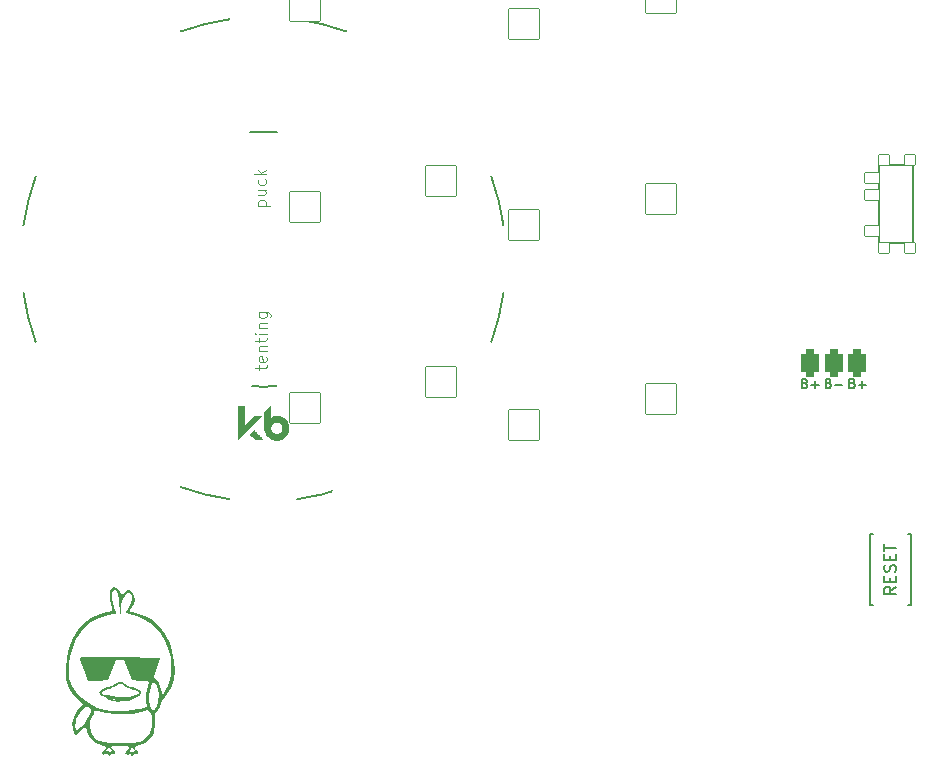
<source format=gto>
%TF.GenerationSoftware,KiCad,Pcbnew,(6.0.4-0)*%
%TF.CreationDate,2022-07-27T12:02:15+02:00*%
%TF.ProjectId,basbousa,62617362-6f75-4736-912e-6b696361645f,v1.0.0*%
%TF.SameCoordinates,Original*%
%TF.FileFunction,Legend,Top*%
%TF.FilePolarity,Positive*%
%FSLAX46Y46*%
G04 Gerber Fmt 4.6, Leading zero omitted, Abs format (unit mm)*
G04 Created by KiCad (PCBNEW (6.0.4-0)) date 2022-07-27 12:02:15*
%MOMM*%
%LPD*%
G01*
G04 APERTURE LIST*
G04 Aperture macros list*
%AMRoundRect*
0 Rectangle with rounded corners*
0 $1 Rounding radius*
0 $2 $3 $4 $5 $6 $7 $8 $9 X,Y pos of 4 corners*
0 Add a 4 corners polygon primitive as box body*
4,1,4,$2,$3,$4,$5,$6,$7,$8,$9,$2,$3,0*
0 Add four circle primitives for the rounded corners*
1,1,$1+$1,$2,$3*
1,1,$1+$1,$4,$5*
1,1,$1+$1,$6,$7*
1,1,$1+$1,$8,$9*
0 Add four rect primitives between the rounded corners*
20,1,$1+$1,$2,$3,$4,$5,0*
20,1,$1+$1,$4,$5,$6,$7,0*
20,1,$1+$1,$6,$7,$8,$9,0*
20,1,$1+$1,$8,$9,$2,$3,0*%
%AMFreePoly0*
4,1,14,0.035355,0.435355,0.635355,-0.164645,0.650000,-0.200000,0.650000,-0.400000,0.635355,-0.435355,0.600000,-0.450000,-0.600000,-0.450000,-0.635355,-0.435355,-0.650000,-0.400000,-0.650000,-0.200000,-0.635355,-0.164645,-0.035355,0.435355,0.000000,0.450000,0.035355,0.435355,0.035355,0.435355,$1*%
%AMFreePoly1*
4,1,16,0.635355,0.285355,0.650000,0.250000,0.650000,-1.000000,0.635355,-1.035355,0.600000,-1.050000,0.564645,-1.035355,0.000000,-0.470710,-0.564645,-1.035355,-0.600000,-1.050000,-0.635355,-1.035355,-0.650000,-1.000000,-0.650000,0.250000,-0.635355,0.285355,-0.600000,0.300000,0.600000,0.300000,0.635355,0.285355,0.635355,0.285355,$1*%
G04 Aperture macros list end*
%ADD10C,0.150000*%
%ADD11C,0.100000*%
%ADD12C,0.200000*%
%ADD13C,0.010000*%
%ADD14RoundRect,0.375000X-0.375000X-0.750000X0.375000X-0.750000X0.375000X0.750000X-0.375000X0.750000X0*%
%ADD15C,2.000000*%
%ADD16C,0.250000*%
%ADD17C,5.100000*%
%ADD18RoundRect,0.050000X-0.450000X0.450000X-0.450000X-0.450000X0.450000X-0.450000X0.450000X0.450000X0*%
%ADD19RoundRect,0.050000X-0.625000X0.450000X-0.625000X-0.450000X0.625000X-0.450000X0.625000X0.450000X0*%
%ADD20RoundRect,0.425000X-0.375000X-0.750000X0.375000X-0.750000X0.375000X0.750000X-0.375000X0.750000X0*%
%ADD21C,2.100000*%
%ADD22C,3.100000*%
%ADD23C,1.801800*%
%ADD24C,3.529000*%
%ADD25RoundRect,0.050000X-1.054507X-1.505993X1.505993X-1.054507X1.054507X1.505993X-1.505993X1.054507X0*%
%ADD26C,2.132000*%
%ADD27RoundRect,0.050000X-1.181751X-1.408356X1.408356X-1.181751X1.181751X1.408356X-1.408356X1.181751X0*%
%ADD28RoundRect,0.050000X-1.300000X-1.300000X1.300000X-1.300000X1.300000X1.300000X-1.300000X1.300000X0*%
%ADD29RoundRect,0.050000X-1.652413X-0.805936X0.805936X-1.652413X1.652413X0.805936X-0.805936X1.652413X0*%
%ADD30C,1.100000*%
%ADD31RoundRect,0.050000X-0.863113X-1.623279X1.623279X-0.863113X0.863113X1.623279X-1.623279X0.863113X0*%
%ADD32C,4.500000*%
%ADD33RoundRect,0.050000X-1.387517X-1.206150X1.206150X-1.387517X1.387517X1.206150X-1.206150X1.387517X0*%
%ADD34FreePoly0,270.000000*%
%ADD35C,1.700000*%
%ADD36FreePoly0,90.000000*%
%ADD37FreePoly1,90.000000*%
%ADD38FreePoly1,270.000000*%
G04 APERTURE END LIST*
D10*
%TO.C,*%
%TO.C,PAD1*%
X151485904Y76489142D02*
X151600190Y76451047D01*
X151638285Y76412952D01*
X151676380Y76336761D01*
X151676380Y76222476D01*
X151638285Y76146285D01*
X151600190Y76108190D01*
X151524000Y76070095D01*
X151219238Y76070095D01*
X151219238Y76870095D01*
X151485904Y76870095D01*
X151562095Y76832000D01*
X151600190Y76793904D01*
X151638285Y76717714D01*
X151638285Y76641523D01*
X151600190Y76565333D01*
X151562095Y76527238D01*
X151485904Y76489142D01*
X151219238Y76489142D01*
X152019238Y76374857D02*
X152628761Y76374857D01*
X149485904Y76489142D02*
X149600190Y76451047D01*
X149638285Y76412952D01*
X149676380Y76336761D01*
X149676380Y76222476D01*
X149638285Y76146285D01*
X149600190Y76108190D01*
X149524000Y76070095D01*
X149219238Y76070095D01*
X149219238Y76870095D01*
X149485904Y76870095D01*
X149562095Y76832000D01*
X149600190Y76793904D01*
X149638285Y76717714D01*
X149638285Y76641523D01*
X149600190Y76565333D01*
X149562095Y76527238D01*
X149485904Y76489142D01*
X149219238Y76489142D01*
X150019238Y76374857D02*
X150628761Y76374857D01*
X150324000Y76070095D02*
X150324000Y76679619D01*
X153485904Y76489142D02*
X153600190Y76451047D01*
X153638285Y76412952D01*
X153676380Y76336761D01*
X153676380Y76222476D01*
X153638285Y76146285D01*
X153600190Y76108190D01*
X153524000Y76070095D01*
X153219238Y76070095D01*
X153219238Y76870095D01*
X153485904Y76870095D01*
X153562095Y76832000D01*
X153600190Y76793904D01*
X153638285Y76717714D01*
X153638285Y76641523D01*
X153600190Y76565333D01*
X153562095Y76527238D01*
X153485904Y76489142D01*
X153219238Y76489142D01*
X154019238Y76374857D02*
X154628761Y76374857D01*
X154324000Y76070095D02*
X154324000Y76679619D01*
%TO.C,B1*%
X157170380Y59253619D02*
X156694190Y58920285D01*
X157170380Y58682190D02*
X156170380Y58682190D01*
X156170380Y59063142D01*
X156218000Y59158380D01*
X156265619Y59206000D01*
X156360857Y59253619D01*
X156503714Y59253619D01*
X156598952Y59206000D01*
X156646571Y59158380D01*
X156694190Y59063142D01*
X156694190Y58682190D01*
X156646571Y59682190D02*
X156646571Y60015523D01*
X157170380Y60158380D02*
X157170380Y59682190D01*
X156170380Y59682190D01*
X156170380Y60158380D01*
X157122761Y60539333D02*
X157170380Y60682190D01*
X157170380Y60920285D01*
X157122761Y61015523D01*
X157075142Y61063142D01*
X156979904Y61110761D01*
X156884666Y61110761D01*
X156789428Y61063142D01*
X156741809Y61015523D01*
X156694190Y60920285D01*
X156646571Y60729809D01*
X156598952Y60634571D01*
X156551333Y60586952D01*
X156456095Y60539333D01*
X156360857Y60539333D01*
X156265619Y60586952D01*
X156218000Y60634571D01*
X156170380Y60729809D01*
X156170380Y60967904D01*
X156218000Y61110761D01*
X156646571Y61539333D02*
X156646571Y61872666D01*
X157170380Y62015523D02*
X157170380Y61539333D01*
X156170380Y61539333D01*
X156170380Y62015523D01*
X156170380Y62301238D02*
X156170380Y62872666D01*
X157170380Y62586952D02*
X156170380Y62586952D01*
D11*
%TO.C,REF\u002A\u002A*%
X103163714Y91527500D02*
X104163714Y91527500D01*
X103211333Y91527500D02*
X103163714Y91622738D01*
X103163714Y91813214D01*
X103211333Y91908452D01*
X103258952Y91956071D01*
X103354190Y92003690D01*
X103639904Y92003690D01*
X103735142Y91956071D01*
X103782761Y91908452D01*
X103830380Y91813214D01*
X103830380Y91622738D01*
X103782761Y91527500D01*
X103163714Y92860833D02*
X103830380Y92860833D01*
X103163714Y92432261D02*
X103687523Y92432261D01*
X103782761Y92479880D01*
X103830380Y92575119D01*
X103830380Y92717976D01*
X103782761Y92813214D01*
X103735142Y92860833D01*
X103782761Y93765595D02*
X103830380Y93670357D01*
X103830380Y93479880D01*
X103782761Y93384642D01*
X103735142Y93337023D01*
X103639904Y93289404D01*
X103354190Y93289404D01*
X103258952Y93337023D01*
X103211333Y93384642D01*
X103163714Y93479880D01*
X103163714Y93670357D01*
X103211333Y93765595D01*
X103830380Y94194166D02*
X102830380Y94194166D01*
X103449428Y94289404D02*
X103830380Y94575119D01*
X103163714Y94575119D02*
X103544666Y94194166D01*
X103227214Y77637000D02*
X103227214Y78017952D01*
X102893880Y77779857D02*
X103751023Y77779857D01*
X103846261Y77827476D01*
X103893880Y77922714D01*
X103893880Y78017952D01*
X103846261Y78732238D02*
X103893880Y78637000D01*
X103893880Y78446523D01*
X103846261Y78351285D01*
X103751023Y78303666D01*
X103370071Y78303666D01*
X103274833Y78351285D01*
X103227214Y78446523D01*
X103227214Y78637000D01*
X103274833Y78732238D01*
X103370071Y78779857D01*
X103465309Y78779857D01*
X103560547Y78303666D01*
X103227214Y79208428D02*
X103893880Y79208428D01*
X103322452Y79208428D02*
X103274833Y79256047D01*
X103227214Y79351285D01*
X103227214Y79494142D01*
X103274833Y79589380D01*
X103370071Y79637000D01*
X103893880Y79637000D01*
X103227214Y79970333D02*
X103227214Y80351285D01*
X102893880Y80113190D02*
X103751023Y80113190D01*
X103846261Y80160809D01*
X103893880Y80256047D01*
X103893880Y80351285D01*
X103893880Y80684619D02*
X103227214Y80684619D01*
X102893880Y80684619D02*
X102941500Y80637000D01*
X102989119Y80684619D01*
X102941500Y80732238D01*
X102893880Y80684619D01*
X102989119Y80684619D01*
X103227214Y81160809D02*
X103893880Y81160809D01*
X103322452Y81160809D02*
X103274833Y81208428D01*
X103227214Y81303666D01*
X103227214Y81446523D01*
X103274833Y81541761D01*
X103370071Y81589380D01*
X103893880Y81589380D01*
X103227214Y82494142D02*
X104036738Y82494142D01*
X104131976Y82446523D01*
X104179595Y82398904D01*
X104227214Y82303666D01*
X104227214Y82160809D01*
X104179595Y82065571D01*
X103846261Y82494142D02*
X103893880Y82398904D01*
X103893880Y82208428D01*
X103846261Y82113190D01*
X103798642Y82065571D01*
X103703404Y82017952D01*
X103417690Y82017952D01*
X103322452Y82065571D01*
X103274833Y82113190D01*
X103227214Y82208428D01*
X103227214Y82398904D01*
X103274833Y82494142D01*
D10*
%TO.C,T1*%
X158619000Y94958000D02*
X155769000Y94958000D01*
X158619000Y89708000D02*
X158619000Y93608000D01*
X155769000Y94958000D02*
X155769000Y88358000D01*
X158619000Y91658000D02*
X158619000Y88358000D01*
X155769000Y88358000D02*
X158619000Y88358000D01*
X158619000Y91658000D02*
X158619000Y94958000D01*
%TO.C,B1*%
X154968000Y57706000D02*
X154968000Y63706000D01*
X158468000Y57706000D02*
X158468000Y63706000D01*
X154968000Y63706000D02*
X155218000Y63706000D01*
X158468000Y57706000D02*
X158218000Y57706000D01*
X158468000Y63706000D02*
X158218000Y63706000D01*
X154968000Y57706000D02*
X155218000Y57706000D01*
%TO.C,G\u002A\u002A\u002A*%
G36*
X90504223Y49751706D02*
G01*
X90360500Y49821081D01*
X90027303Y49996498D01*
X89831844Y50134183D01*
X89751661Y50251266D01*
X89750891Y50257106D01*
X89927130Y50257106D01*
X89943555Y50236223D01*
X90123983Y50141363D01*
X90434248Y50063456D01*
X90835487Y50004850D01*
X91288834Y49967895D01*
X91755425Y49954937D01*
X92196396Y49968327D01*
X92572882Y50010411D01*
X92794667Y50063946D01*
X93022017Y50173540D01*
X93080717Y50288759D01*
X92971306Y50408302D01*
X92694325Y50530865D01*
X92586323Y50565696D01*
X92284810Y50675590D01*
X92027835Y50800634D01*
X91903533Y50886671D01*
X91641922Y51033650D01*
X91356867Y51016450D01*
X91129858Y50888931D01*
X90927029Y50770367D01*
X90639997Y50649272D01*
X90464646Y50591486D01*
X90134632Y50474542D01*
X89952352Y50360963D01*
X89927130Y50257106D01*
X89750891Y50257106D01*
X89746667Y50289127D01*
X89825767Y50476210D01*
X90040908Y50637187D01*
X90358845Y50750092D01*
X90478545Y50772737D01*
X90774681Y50861058D01*
X91055273Y51009006D01*
X91074517Y51022867D01*
X91372795Y51187960D01*
X91640192Y51197658D01*
X91914181Y51051487D01*
X91963440Y51011667D01*
X92175405Y50871562D01*
X92371921Y50800318D01*
X92398996Y50798141D01*
X92586597Y50762614D01*
X92842747Y50675334D01*
X92948908Y50630227D01*
X93179319Y50507134D01*
X93279479Y50393243D01*
X93287575Y50280900D01*
X93211718Y50103879D01*
X93133333Y50032217D01*
X92732004Y49831729D01*
X92425942Y49699662D01*
X92163688Y49619910D01*
X91893781Y49576367D01*
X91609333Y49555225D01*
X91273253Y49544050D01*
X91023142Y49563258D01*
X90789849Y49627570D01*
X90730230Y49653481D01*
X91294044Y49653481D01*
X91400418Y49640197D01*
X91524667Y49637727D01*
X91707788Y49644332D01*
X91758057Y49661218D01*
X91715167Y49674419D01*
X91468449Y49688426D01*
X91334167Y49674419D01*
X91294044Y49653481D01*
X90730230Y49653481D01*
X90578151Y49719576D01*
X90884055Y49719576D01*
X90967278Y49706018D01*
X91077092Y49721584D01*
X91078403Y49750486D01*
X90965086Y49770698D01*
X90916125Y49757170D01*
X90884055Y49719576D01*
X90578151Y49719576D01*
X90504223Y49751706D01*
G37*
G36*
X92117333Y45443312D02*
G01*
X92263540Y45592668D01*
X92286937Y45696462D01*
X92176013Y45761712D01*
X91919257Y45795436D01*
X91524667Y45804667D01*
X91189108Y45797310D01*
X90928943Y45777605D01*
X90781942Y45749097D01*
X90762667Y45733122D01*
X90819279Y45628613D01*
X90932000Y45508333D01*
X91067387Y45341165D01*
X91097233Y45206006D01*
X91020939Y45142079D01*
X90937468Y45150436D01*
X90780860Y45135602D01*
X90728458Y45075644D01*
X90626956Y44966823D01*
X90506213Y45001950D01*
X90455213Y45083450D01*
X90375086Y45163962D01*
X90251769Y45125783D01*
X90082939Y45052079D01*
X90012899Y45088285D01*
X90000667Y45211283D01*
X90041973Y45320075D01*
X90203036Y45320075D01*
X90297585Y45325425D01*
X90369279Y45371053D01*
X90469419Y45414172D01*
X90537204Y45313841D01*
X90549633Y45277285D01*
X90600603Y45154979D01*
X90637643Y45187625D01*
X90649945Y45228474D01*
X90744511Y45332391D01*
X90831471Y45326426D01*
X90903225Y45319653D01*
X90841630Y45394588D01*
X90794030Y45436952D01*
X90642885Y45597619D01*
X90567881Y45720000D01*
X90529843Y45792713D01*
X90515351Y45701812D01*
X90441743Y45550734D01*
X90332082Y45462119D01*
X90214426Y45373346D01*
X90203036Y45320075D01*
X90041973Y45320075D01*
X90067258Y45386672D01*
X90170000Y45485649D01*
X90314231Y45611711D01*
X90302263Y45718440D01*
X90129377Y45812245D01*
X89879139Y45880708D01*
X89425786Y46064981D01*
X89053769Y46382822D01*
X88790341Y46807333D01*
X88712954Y47031686D01*
X88611684Y47410324D01*
X88396009Y47273234D01*
X88181927Y47106204D01*
X87990153Y46914905D01*
X87799972Y46693667D01*
X87620558Y46905333D01*
X87489987Y47180241D01*
X87468718Y47442068D01*
X87715449Y47442068D01*
X87723017Y47216558D01*
X87760010Y47087971D01*
X87784186Y47074667D01*
X87876619Y47129176D01*
X88050418Y47271693D01*
X88223380Y47430221D01*
X88913529Y47430221D01*
X88995471Y47050475D01*
X89096746Y46813915D01*
X89274306Y46542178D01*
X89498130Y46333383D01*
X89789181Y46181432D01*
X90168419Y46080229D01*
X90656806Y46023676D01*
X91275303Y46005675D01*
X91846465Y46014059D01*
X92329045Y46030884D01*
X92680605Y46054516D01*
X92939454Y46090693D01*
X93143903Y46145150D01*
X93332260Y46223624D01*
X93370465Y46242256D01*
X93744166Y46517674D01*
X94016741Y46906486D01*
X94176145Y47378080D01*
X94210334Y47901843D01*
X94160774Y48251036D01*
X94075753Y48558916D01*
X93967551Y48736468D01*
X93801290Y48800246D01*
X93542091Y48766803D01*
X93250429Y48683080D01*
X92573775Y48528041D01*
X91817327Y48450520D01*
X91053416Y48453659D01*
X90354372Y48540603D01*
X90289216Y48554382D01*
X89955320Y48633483D01*
X89673665Y48709770D01*
X89495404Y48769158D01*
X89475053Y48778602D01*
X89373070Y48800658D01*
X89301327Y48712155D01*
X89243952Y48533628D01*
X89153901Y48276554D01*
X89046361Y48066821D01*
X89031424Y48045717D01*
X88924564Y47779890D01*
X88913529Y47430221D01*
X88223380Y47430221D01*
X88255671Y47459817D01*
X88486397Y47719169D01*
X88711054Y48035634D01*
X88901510Y48361811D01*
X89029632Y48650301D01*
X89068506Y48829326D01*
X89000946Y48935990D01*
X88835955Y49053534D01*
X88823387Y49060169D01*
X88675026Y49127257D01*
X88565215Y49124283D01*
X88442265Y49031678D01*
X88274978Y48852562D01*
X88069103Y48591777D01*
X87896154Y48317075D01*
X87843591Y48209213D01*
X87778306Y47987490D01*
X87734736Y47715410D01*
X87715449Y47442068D01*
X87468718Y47442068D01*
X87460447Y47543879D01*
X87522615Y47956541D01*
X87667167Y48378525D01*
X87884781Y48770123D01*
X88125115Y49054092D01*
X88381739Y49297850D01*
X87923244Y49716888D01*
X87446688Y50261863D01*
X87187541Y50699309D01*
X87067386Y50952507D01*
X86988325Y51160285D01*
X86941997Y51369785D01*
X86920039Y51628150D01*
X86914086Y51982525D01*
X86914616Y52237846D01*
X86917740Y52281667D01*
X87173941Y52281667D01*
X87177645Y51868489D01*
X87199067Y51568424D01*
X87247929Y51325438D01*
X87333950Y51083499D01*
X87413089Y50903122D01*
X87756549Y50342255D01*
X88241273Y49832535D01*
X88842364Y49392478D01*
X89534928Y49040600D01*
X90224057Y48812532D01*
X90703031Y48735128D01*
X91283559Y48707253D01*
X91906033Y48726463D01*
X92510848Y48790313D01*
X93038397Y48896360D01*
X93163484Y48933069D01*
X93743968Y49119020D01*
X93690540Y49557344D01*
X93699710Y50020552D01*
X93946126Y50020552D01*
X93947955Y49618011D01*
X93995413Y49257259D01*
X94088020Y48997211D01*
X94095379Y48985520D01*
X94248388Y48752000D01*
X94446529Y48938144D01*
X94586375Y49134049D01*
X94707202Y49410235D01*
X94742109Y49530457D01*
X94796966Y50086417D01*
X94704506Y50629602D01*
X94527926Y51023603D01*
X94404492Y51214714D01*
X94333452Y51273984D01*
X94286892Y51218654D01*
X94273091Y51181000D01*
X94199688Y50990303D01*
X94095487Y50746852D01*
X94081277Y50715333D01*
X93990407Y50405965D01*
X93946126Y50020552D01*
X93699710Y50020552D01*
X93702341Y50153477D01*
X93770827Y50461333D01*
X93882641Y50842247D01*
X93942490Y51087705D01*
X93932205Y51228177D01*
X93833619Y51294134D01*
X93628565Y51316045D01*
X93298875Y51324380D01*
X93255431Y51325736D01*
X92512433Y51350333D01*
X92165607Y52197000D01*
X91818780Y53043667D01*
X91158236Y53043667D01*
X90464488Y51350333D01*
X89612432Y51326369D01*
X88760375Y51302404D01*
X88405734Y52242808D01*
X88271724Y52617411D01*
X88170804Y52937387D01*
X88112950Y53168229D01*
X88107517Y53274508D01*
X88185857Y53298938D01*
X88391214Y53316614D01*
X88730688Y53327606D01*
X89211380Y53331980D01*
X89840392Y53329805D01*
X90624823Y53321149D01*
X91512865Y53307118D01*
X92248855Y53293386D01*
X92930622Y53279060D01*
X93539898Y53264643D01*
X94058411Y53250639D01*
X94467891Y53237554D01*
X94750069Y53225891D01*
X94886673Y53216156D01*
X94896531Y53213691D01*
X94884877Y53124433D01*
X94825520Y52911971D01*
X94729063Y52612082D01*
X94652253Y52389373D01*
X94373234Y51599797D01*
X94597976Y51375054D01*
X94759757Y51145386D01*
X94907376Y50817483D01*
X94965421Y50637039D01*
X95108123Y50123765D01*
X95320642Y50436515D01*
X95583258Y50893902D01*
X95747744Y51369611D01*
X95828402Y51916053D01*
X95842667Y52349453D01*
X95773481Y53257713D01*
X95572080Y54094405D01*
X95247700Y54846916D01*
X94809577Y55502637D01*
X94266947Y56048956D01*
X93629044Y56473262D01*
X92905106Y56762944D01*
X92548963Y56846916D01*
X92219663Y56923552D01*
X92048366Y57017781D01*
X92024088Y57157979D01*
X92135843Y57372524D01*
X92272666Y57560621D01*
X92450317Y57882479D01*
X92498333Y58218676D01*
X92464344Y58540138D01*
X92360472Y58709447D01*
X92183857Y58729953D01*
X92090704Y58696561D01*
X91876808Y58513086D01*
X91711105Y58198090D01*
X91608038Y57785990D01*
X91581499Y57483209D01*
X91562614Y57167336D01*
X91533268Y57009934D01*
X91499910Y57000986D01*
X91468985Y57130475D01*
X91446940Y57388386D01*
X91440000Y57703053D01*
X91414276Y58242946D01*
X91339024Y58646886D01*
X91217124Y58905839D01*
X91051455Y59010770D01*
X91022600Y59012667D01*
X90860751Y58938007D01*
X90799173Y58807926D01*
X90788571Y58589494D01*
X90824211Y58267712D01*
X90895828Y57898858D01*
X90993154Y57539207D01*
X91069243Y57327500D01*
X91140787Y57134187D01*
X91166370Y57022716D01*
X91164033Y57015145D01*
X91075540Y56987479D01*
X90863904Y56936566D01*
X90571978Y56872616D01*
X90521297Y56861985D01*
X89715140Y56623495D01*
X89027288Y56266115D01*
X88450076Y55784119D01*
X87975839Y55171778D01*
X87770649Y54806437D01*
X87464894Y54106223D01*
X87275449Y53426649D01*
X87186153Y52699333D01*
X87173941Y52281667D01*
X86917740Y52281667D01*
X86983922Y53209961D01*
X87178196Y54100466D01*
X87490270Y54898953D01*
X87912975Y55595014D01*
X88439144Y56178241D01*
X89061609Y56638224D01*
X89773202Y56964555D01*
X90260250Y57096064D01*
X90530817Y57156755D01*
X90727451Y57211120D01*
X90796921Y57240699D01*
X90801004Y57339930D01*
X90765411Y57550014D01*
X90718220Y57746604D01*
X90614204Y58264949D01*
X90598479Y58691329D01*
X90670325Y59005694D01*
X90768452Y59144903D01*
X90908685Y59248022D01*
X91036056Y59243239D01*
X91170619Y59176116D01*
X91377983Y59002620D01*
X91509363Y58816498D01*
X91621059Y58584147D01*
X91875692Y58798407D01*
X92085802Y58957237D01*
X92235236Y58996560D01*
X92382679Y58916981D01*
X92502182Y58804849D01*
X92672331Y58522480D01*
X92715710Y58171560D01*
X92632591Y57795491D01*
X92494148Y57532889D01*
X92370821Y57340230D01*
X92306172Y57217299D01*
X92303648Y57196777D01*
X92393295Y57170687D01*
X92599521Y57121611D01*
X92813348Y57074187D01*
X93566709Y56828122D01*
X94241335Y56436989D01*
X94828482Y55909912D01*
X95319406Y55256015D01*
X95705363Y54484422D01*
X95921484Y53830998D01*
X96097146Y52950057D01*
X96139690Y52131605D01*
X96051088Y51387274D01*
X95833313Y50728695D01*
X95488338Y50167498D01*
X95257553Y49916326D01*
X95093497Y49725426D01*
X95002508Y49551718D01*
X94996000Y49510787D01*
X94953990Y49316190D01*
X94849902Y49072370D01*
X94716652Y48841409D01*
X94587155Y48685392D01*
X94543814Y48657889D01*
X94482865Y48592581D01*
X94446736Y48435229D01*
X94431430Y48157704D01*
X94431097Y47864280D01*
X94426592Y47456258D01*
X94396655Y47159840D01*
X94332186Y46918086D01*
X94248911Y46724285D01*
X93959216Y46311861D01*
X93558745Y46011629D01*
X93082172Y45849377D01*
X93069833Y45847352D01*
X92813301Y45776951D01*
X92718833Y45676732D01*
X92788994Y45551564D01*
X92879333Y45485649D01*
X93014724Y45349982D01*
X93039274Y45215190D01*
X92950510Y45133637D01*
X92896267Y45127333D01*
X92704714Y45071084D01*
X92636567Y45021500D01*
X92532129Y44966615D01*
X92426948Y45054460D01*
X92416095Y45068900D01*
X92305008Y45161809D01*
X92247464Y45132400D01*
X92130607Y45049312D01*
X92003808Y45067763D01*
X91948000Y45170496D01*
X91984031Y45259995D01*
X92154701Y45259995D01*
X92169106Y45250200D01*
X92231360Y45295229D01*
X92361020Y45368307D01*
X92447769Y45306915D01*
X92482456Y45250334D01*
X92557322Y45140838D01*
X92594607Y45177281D01*
X92606566Y45228474D01*
X92692620Y45333538D01*
X92778804Y45329547D01*
X92837675Y45331615D01*
X92750500Y45414616D01*
X92731167Y45429234D01*
X92587424Y45580603D01*
X92533982Y45709160D01*
X92519929Y45797530D01*
X92481135Y45720718D01*
X92480873Y45720000D01*
X92394538Y45567764D01*
X92254723Y45383896D01*
X92154701Y45259995D01*
X91984031Y45259995D01*
X92007751Y45318914D01*
X92117333Y45443312D01*
G37*
D12*
%TO.C,REF\u002A\u002A*%
X102503615Y76259136D02*
G75*
G03*
X103632000Y76200000I1128379J10735785D01*
G01*
X84345866Y94003048D02*
G75*
G03*
X83312000Y89852500I19286117J-7008044D01*
G01*
X103632000Y97790000D02*
G75*
G03*
X102503615Y97730864I-6J-10794921D01*
G01*
X122918135Y79986954D02*
G75*
G03*
X123952000Y84137500I-19286185J7008058D01*
G01*
X83312000Y84137500D02*
G75*
G03*
X84345866Y79986953I20319953J2857490D01*
G01*
X106489500Y66675000D02*
G75*
G03*
X110640047Y67708866I-2857500J20320000D01*
G01*
X110640047Y106281134D02*
G75*
G03*
X106489500Y107315000I-7008047J-19286134D01*
G01*
X100774500Y107315000D02*
G75*
G03*
X96623952Y106281134I2857496J-20319983D01*
G01*
X103632000Y76199999D02*
G75*
G03*
X104760385Y76259136I0J10794901D01*
G01*
X123952000Y89852500D02*
G75*
G03*
X122918135Y94003045I-20320019J-2857506D01*
G01*
X104760385Y97730863D02*
G75*
G03*
X103632000Y97790000I-1128385J-10735763D01*
G01*
X96623954Y67708865D02*
G75*
G03*
X100774500Y66675000I7008046J19286135D01*
G01*
G36*
X103705889Y72810411D02*
G01*
X103704486Y72917040D01*
X103703442Y73039696D01*
X103702778Y73176968D01*
X103702517Y73327442D01*
X103702514Y73339178D01*
X103702427Y74030892D01*
X104210131Y74540918D01*
X104210279Y74047350D01*
X104210471Y73943110D01*
X104210960Y73846365D01*
X104211710Y73759479D01*
X104212686Y73684817D01*
X104213855Y73624742D01*
X104215182Y73581619D01*
X104216631Y73557812D01*
X104217539Y73553782D01*
X104229970Y73560096D01*
X104254816Y73576439D01*
X104278950Y73593641D01*
X104393647Y73664363D01*
X104515863Y73713467D01*
X104646246Y73741143D01*
X104785447Y73747581D01*
X104803259Y73746913D01*
X104892894Y73740361D01*
X104969377Y73728424D01*
X105041029Y73708932D01*
X105116167Y73679715D01*
X105186018Y73647076D01*
X105313951Y73571783D01*
X105426871Y73479803D01*
X105523765Y73372814D01*
X105603623Y73252489D01*
X105665433Y73120504D01*
X105708185Y72978535D01*
X105730866Y72828256D01*
X105734427Y72738586D01*
X105724136Y72586108D01*
X105692780Y72441544D01*
X105639635Y72302308D01*
X105582380Y72195389D01*
X105496668Y72075096D01*
X105395055Y71970247D01*
X105279722Y71881925D01*
X105152847Y71811211D01*
X105016611Y71759188D01*
X104873192Y71726935D01*
X104724771Y71715536D01*
X104624525Y71720019D01*
X104479917Y71744900D01*
X104339349Y71791175D01*
X104206176Y71857154D01*
X104083756Y71941151D01*
X103975444Y72041477D01*
X103967050Y72050643D01*
X103885919Y72154763D01*
X103816227Y72272945D01*
X103761061Y72398808D01*
X103723508Y72525968D01*
X103714639Y72572418D01*
X103712026Y72600813D01*
X103709681Y72650885D01*
X103708212Y72701219D01*
X104204550Y72701219D01*
X104215122Y72603670D01*
X104245554Y72509651D01*
X104274208Y72455506D01*
X104341142Y72367223D01*
X104420623Y72296346D01*
X104510055Y72243853D01*
X104606841Y72210721D01*
X104708382Y72197927D01*
X104812083Y72206448D01*
X104884910Y72225736D01*
X104927907Y72241822D01*
X104968812Y72259182D01*
X104984979Y72266958D01*
X105030265Y72297962D01*
X105079588Y72344156D01*
X105127645Y72399612D01*
X105169130Y72458406D01*
X105190618Y72496733D01*
X105210799Y72540979D01*
X105223444Y72579587D01*
X105230801Y72621879D01*
X105235119Y72677182D01*
X105235401Y72682472D01*
X105232033Y72789717D01*
X105209177Y72887609D01*
X105165525Y72981032D01*
X105147755Y73009561D01*
X105083213Y73087465D01*
X105004396Y73149635D01*
X104914760Y73195131D01*
X104817761Y73223009D01*
X104716857Y73232329D01*
X104615505Y73222147D01*
X104517159Y73191522D01*
X104503156Y73185236D01*
X104415204Y73132287D01*
X104341214Y73064073D01*
X104282171Y72983727D01*
X104239058Y72894380D01*
X104212856Y72799167D01*
X104204550Y72701219D01*
X103708212Y72701219D01*
X103707628Y72721222D01*
X103705889Y72810411D01*
G37*
D13*
X103705889Y72810411D02*
X103704486Y72917040D01*
X103703442Y73039696D01*
X103702778Y73176968D01*
X103702517Y73327442D01*
X103702514Y73339178D01*
X103702427Y74030892D01*
X104210131Y74540918D01*
X104210279Y74047350D01*
X104210471Y73943110D01*
X104210960Y73846365D01*
X104211710Y73759479D01*
X104212686Y73684817D01*
X104213855Y73624742D01*
X104215182Y73581619D01*
X104216631Y73557812D01*
X104217539Y73553782D01*
X104229970Y73560096D01*
X104254816Y73576439D01*
X104278950Y73593641D01*
X104393647Y73664363D01*
X104515863Y73713467D01*
X104646246Y73741143D01*
X104785447Y73747581D01*
X104803259Y73746913D01*
X104892894Y73740361D01*
X104969377Y73728424D01*
X105041029Y73708932D01*
X105116167Y73679715D01*
X105186018Y73647076D01*
X105313951Y73571783D01*
X105426871Y73479803D01*
X105523765Y73372814D01*
X105603623Y73252489D01*
X105665433Y73120504D01*
X105708185Y72978535D01*
X105730866Y72828256D01*
X105734427Y72738586D01*
X105724136Y72586108D01*
X105692780Y72441544D01*
X105639635Y72302308D01*
X105582380Y72195389D01*
X105496668Y72075096D01*
X105395055Y71970247D01*
X105279722Y71881925D01*
X105152847Y71811211D01*
X105016611Y71759188D01*
X104873192Y71726935D01*
X104724771Y71715536D01*
X104624525Y71720019D01*
X104479917Y71744900D01*
X104339349Y71791175D01*
X104206176Y71857154D01*
X104083756Y71941151D01*
X103975444Y72041477D01*
X103967050Y72050643D01*
X103885919Y72154763D01*
X103816227Y72272945D01*
X103761061Y72398808D01*
X103723508Y72525968D01*
X103714639Y72572418D01*
X103712026Y72600813D01*
X103709681Y72650885D01*
X103708212Y72701219D01*
X104204550Y72701219D01*
X104215122Y72603670D01*
X104245554Y72509651D01*
X104274208Y72455506D01*
X104341142Y72367223D01*
X104420623Y72296346D01*
X104510055Y72243853D01*
X104606841Y72210721D01*
X104708382Y72197927D01*
X104812083Y72206448D01*
X104884910Y72225736D01*
X104927907Y72241822D01*
X104968812Y72259182D01*
X104984979Y72266958D01*
X105030265Y72297962D01*
X105079588Y72344156D01*
X105127645Y72399612D01*
X105169130Y72458406D01*
X105190618Y72496733D01*
X105210799Y72540979D01*
X105223444Y72579587D01*
X105230801Y72621879D01*
X105235119Y72677182D01*
X105235401Y72682472D01*
X105232033Y72789717D01*
X105209177Y72887609D01*
X105165525Y72981032D01*
X105147755Y73009561D01*
X105083213Y73087465D01*
X105004396Y73149635D01*
X104914760Y73195131D01*
X104817761Y73223009D01*
X104716857Y73232329D01*
X104615505Y73222147D01*
X104517159Y73191522D01*
X104503156Y73185236D01*
X104415204Y73132287D01*
X104341214Y73064073D01*
X104282171Y72983727D01*
X104239058Y72894380D01*
X104212856Y72799167D01*
X104204550Y72701219D01*
X103708212Y72701219D01*
X103707628Y72721222D01*
X103705889Y72810411D01*
G36*
X102812025Y72506602D02*
G01*
X102834728Y72483739D01*
X102869207Y72448208D01*
X102913476Y72402116D01*
X102965543Y72347570D01*
X103023422Y72286676D01*
X103085121Y72221541D01*
X103148654Y72154271D01*
X103212029Y72086973D01*
X103273259Y72021754D01*
X103330355Y71960719D01*
X103381327Y71905976D01*
X103424187Y71859631D01*
X103456945Y71823791D01*
X103477613Y71800562D01*
X103479906Y71797871D01*
X103508207Y71764236D01*
X102888193Y71764236D01*
X102714843Y71940305D01*
X102661101Y71995048D01*
X102610818Y72046561D01*
X102567002Y72091741D01*
X102532656Y72127487D01*
X102510788Y72150696D01*
X102507611Y72154188D01*
X102473729Y72192003D01*
X102634764Y72353347D01*
X102684477Y72402802D01*
X102728701Y72446127D01*
X102764848Y72480840D01*
X102790330Y72504460D01*
X102802559Y72514508D01*
X102803090Y72514691D01*
X102812025Y72506602D01*
G37*
X102812025Y72506602D02*
X102834728Y72483739D01*
X102869207Y72448208D01*
X102913476Y72402116D01*
X102965543Y72347570D01*
X103023422Y72286676D01*
X103085121Y72221541D01*
X103148654Y72154271D01*
X103212029Y72086973D01*
X103273259Y72021754D01*
X103330355Y71960719D01*
X103381327Y71905976D01*
X103424187Y71859631D01*
X103456945Y71823791D01*
X103477613Y71800562D01*
X103479906Y71797871D01*
X103508207Y71764236D01*
X102888193Y71764236D01*
X102714843Y71940305D01*
X102661101Y71995048D01*
X102610818Y72046561D01*
X102567002Y72091741D01*
X102532656Y72127487D01*
X102510788Y72150696D01*
X102507611Y72154188D01*
X102473729Y72192003D01*
X102634764Y72353347D01*
X102684477Y72402802D01*
X102728701Y72446127D01*
X102764848Y72480840D01*
X102790330Y72504460D01*
X102802559Y72514508D01*
X102803090Y72514691D01*
X102812025Y72506602D01*
G36*
X102005245Y72913133D02*
G01*
X102808191Y73715833D01*
X103096559Y73712739D01*
X103384927Y73709646D01*
X102537703Y72849509D01*
X102419778Y72729786D01*
X102304979Y72613237D01*
X102194525Y72501097D01*
X102089633Y72394604D01*
X101991521Y72294993D01*
X101901406Y72203500D01*
X101820507Y72121363D01*
X101750040Y72049818D01*
X101691224Y71990100D01*
X101645277Y71943446D01*
X101613416Y71911093D01*
X101599635Y71897097D01*
X101508791Y71804821D01*
X101508791Y74546691D01*
X102005245Y74546691D01*
X102005245Y72913133D01*
G37*
X102005245Y72913133D02*
X102808191Y73715833D01*
X103096559Y73712739D01*
X103384927Y73709646D01*
X102537703Y72849509D01*
X102419778Y72729786D01*
X102304979Y72613237D01*
X102194525Y72501097D01*
X102089633Y72394604D01*
X101991521Y72294993D01*
X101901406Y72203500D01*
X101820507Y72121363D01*
X101750040Y72049818D01*
X101691224Y71990100D01*
X101645277Y71943446D01*
X101613416Y71911093D01*
X101599635Y71897097D01*
X101508791Y71804821D01*
X101508791Y74546691D01*
X102005245Y74546691D01*
X102005245Y72913133D01*
%TD*%
D14*
%TO.C,PAD1*%
X149924000Y78232000D03*
X153924000Y78232000D03*
X151924000Y78232000D03*
%TD*%
D15*
%TO.C,B1*%
X156718000Y63956000D03*
X156718000Y57456000D03*
%TD*%
%LPC*%
D16*
%TO.C,*%
X39495000Y114808000D02*
G75*
G03*
X39495000Y114808000I-125000J0D01*
G01*
X37971000Y99568000D02*
G75*
G03*
X37971000Y99568000I-125000J0D01*
G01*
X39495000Y107188000D02*
G75*
G03*
X39495000Y107188000I-125000J0D01*
G01*
X37971000Y97028000D02*
G75*
G03*
X37971000Y97028000I-125000J0D01*
G01*
X39495000Y99568000D02*
G75*
G03*
X39495000Y99568000I-125000J0D01*
G01*
X39495000Y91948000D02*
G75*
G03*
X39495000Y91948000I-125000J0D01*
G01*
X37971000Y107188000D02*
G75*
G03*
X37971000Y107188000I-125000J0D01*
G01*
X39495000Y94488000D02*
G75*
G03*
X39495000Y94488000I-125000J0D01*
G01*
X37971000Y94488000D02*
G75*
G03*
X37971000Y94488000I-125000J0D01*
G01*
X39495000Y109728000D02*
G75*
G03*
X39495000Y109728000I-125000J0D01*
G01*
X39495000Y117348000D02*
G75*
G03*
X39495000Y117348000I-125000J0D01*
G01*
X39495000Y104648000D02*
G75*
G03*
X39495000Y104648000I-125000J0D01*
G01*
X37971000Y119888000D02*
G75*
G03*
X37971000Y119888000I-125000J0D01*
G01*
X37971000Y112268000D02*
G75*
G03*
X37971000Y112268000I-125000J0D01*
G01*
X37971000Y117348000D02*
G75*
G03*
X37971000Y117348000I-125000J0D01*
G01*
X39495000Y102108000D02*
G75*
G03*
X39495000Y102108000I-125000J0D01*
G01*
X39495000Y97028000D02*
G75*
G03*
X39495000Y97028000I-125000J0D01*
G01*
X39495000Y119888000D02*
G75*
G03*
X39495000Y119888000I-125000J0D01*
G01*
X37971000Y109728000D02*
G75*
G03*
X37971000Y109728000I-125000J0D01*
G01*
X37971000Y102108000D02*
G75*
G03*
X37971000Y102108000I-125000J0D01*
G01*
X37971000Y114808000D02*
G75*
G03*
X37971000Y114808000I-125000J0D01*
G01*
X39495000Y112268000D02*
G75*
G03*
X39495000Y112268000I-125000J0D01*
G01*
X37971000Y104648000D02*
G75*
G03*
X37971000Y104648000I-125000J0D01*
G01*
X37971000Y91948000D02*
G75*
G03*
X37971000Y91948000I-125000J0D01*
G01*
G36*
X44704000Y104140000D02*
G01*
X43688000Y104140000D01*
X43688000Y105156000D01*
X44704000Y105156000D01*
X44704000Y104140000D01*
G37*
D11*
X44704000Y104140000D02*
X43688000Y104140000D01*
X43688000Y105156000D01*
X44704000Y105156000D01*
X44704000Y104140000D01*
G36*
X44704000Y93980000D02*
G01*
X43688000Y93980000D01*
X43688000Y94996000D01*
X44704000Y94996000D01*
X44704000Y93980000D01*
G37*
X44704000Y93980000D02*
X43688000Y93980000D01*
X43688000Y94996000D01*
X44704000Y94996000D01*
X44704000Y93980000D01*
G36*
X33528000Y101600000D02*
G01*
X32512000Y101600000D01*
X32512000Y102616000D01*
X33528000Y102616000D01*
X33528000Y101600000D01*
G37*
X33528000Y101600000D02*
X32512000Y101600000D01*
X32512000Y102616000D01*
X33528000Y102616000D01*
X33528000Y101600000D01*
G36*
X33528000Y119380000D02*
G01*
X32512000Y119380000D01*
X32512000Y120396000D01*
X33528000Y120396000D01*
X33528000Y119380000D01*
G37*
X33528000Y119380000D02*
X32512000Y119380000D01*
X32512000Y120396000D01*
X33528000Y120396000D01*
X33528000Y119380000D01*
G36*
X44704000Y91440000D02*
G01*
X43688000Y91440000D01*
X43688000Y92456000D01*
X44704000Y92456000D01*
X44704000Y91440000D01*
G37*
X44704000Y91440000D02*
X43688000Y91440000D01*
X43688000Y92456000D01*
X44704000Y92456000D01*
X44704000Y91440000D01*
G36*
X33528000Y116840000D02*
G01*
X32512000Y116840000D01*
X32512000Y117856000D01*
X33528000Y117856000D01*
X33528000Y116840000D01*
G37*
X33528000Y116840000D02*
X32512000Y116840000D01*
X32512000Y117856000D01*
X33528000Y117856000D01*
X33528000Y116840000D01*
G36*
X44704000Y99060000D02*
G01*
X43688000Y99060000D01*
X43688000Y100076000D01*
X44704000Y100076000D01*
X44704000Y99060000D01*
G37*
X44704000Y99060000D02*
X43688000Y99060000D01*
X43688000Y100076000D01*
X44704000Y100076000D01*
X44704000Y99060000D01*
G36*
X33528000Y104140000D02*
G01*
X32512000Y104140000D01*
X32512000Y105156000D01*
X33528000Y105156000D01*
X33528000Y104140000D01*
G37*
X33528000Y104140000D02*
X32512000Y104140000D01*
X32512000Y105156000D01*
X33528000Y105156000D01*
X33528000Y104140000D01*
G36*
X33528000Y99060000D02*
G01*
X32512000Y99060000D01*
X32512000Y100076000D01*
X33528000Y100076000D01*
X33528000Y99060000D01*
G37*
X33528000Y99060000D02*
X32512000Y99060000D01*
X32512000Y100076000D01*
X33528000Y100076000D01*
X33528000Y99060000D01*
G36*
X33528000Y106680000D02*
G01*
X32512000Y106680000D01*
X32512000Y107696000D01*
X33528000Y107696000D01*
X33528000Y106680000D01*
G37*
X33528000Y106680000D02*
X32512000Y106680000D01*
X32512000Y107696000D01*
X33528000Y107696000D01*
X33528000Y106680000D01*
G36*
X44704000Y114300000D02*
G01*
X43688000Y114300000D01*
X43688000Y115316000D01*
X44704000Y115316000D01*
X44704000Y114300000D01*
G37*
X44704000Y114300000D02*
X43688000Y114300000D01*
X43688000Y115316000D01*
X44704000Y115316000D01*
X44704000Y114300000D01*
G36*
X44704000Y109220000D02*
G01*
X43688000Y109220000D01*
X43688000Y110236000D01*
X44704000Y110236000D01*
X44704000Y109220000D01*
G37*
X44704000Y109220000D02*
X43688000Y109220000D01*
X43688000Y110236000D01*
X44704000Y110236000D01*
X44704000Y109220000D01*
G36*
X33528000Y96520000D02*
G01*
X32512000Y96520000D01*
X32512000Y97536000D01*
X33528000Y97536000D01*
X33528000Y96520000D01*
G37*
X33528000Y96520000D02*
X32512000Y96520000D01*
X32512000Y97536000D01*
X33528000Y97536000D01*
X33528000Y96520000D01*
G36*
X44704000Y111760000D02*
G01*
X43688000Y111760000D01*
X43688000Y112776000D01*
X44704000Y112776000D01*
X44704000Y111760000D01*
G37*
X44704000Y111760000D02*
X43688000Y111760000D01*
X43688000Y112776000D01*
X44704000Y112776000D01*
X44704000Y111760000D01*
G36*
X44704000Y96520000D02*
G01*
X43688000Y96520000D01*
X43688000Y97536000D01*
X44704000Y97536000D01*
X44704000Y96520000D01*
G37*
X44704000Y96520000D02*
X43688000Y96520000D01*
X43688000Y97536000D01*
X44704000Y97536000D01*
X44704000Y96520000D01*
G36*
X33528000Y93980000D02*
G01*
X32512000Y93980000D01*
X32512000Y94996000D01*
X33528000Y94996000D01*
X33528000Y93980000D01*
G37*
X33528000Y93980000D02*
X32512000Y93980000D01*
X32512000Y94996000D01*
X33528000Y94996000D01*
X33528000Y93980000D01*
G36*
X33528000Y109220000D02*
G01*
X32512000Y109220000D01*
X32512000Y110236000D01*
X33528000Y110236000D01*
X33528000Y109220000D01*
G37*
X33528000Y109220000D02*
X32512000Y109220000D01*
X32512000Y110236000D01*
X33528000Y110236000D01*
X33528000Y109220000D01*
G36*
X44704000Y116840000D02*
G01*
X43688000Y116840000D01*
X43688000Y117856000D01*
X44704000Y117856000D01*
X44704000Y116840000D01*
G37*
X44704000Y116840000D02*
X43688000Y116840000D01*
X43688000Y117856000D01*
X44704000Y117856000D01*
X44704000Y116840000D01*
G36*
X33528000Y91440000D02*
G01*
X32512000Y91440000D01*
X32512000Y92456000D01*
X33528000Y92456000D01*
X33528000Y91440000D01*
G37*
X33528000Y91440000D02*
X32512000Y91440000D01*
X32512000Y92456000D01*
X33528000Y92456000D01*
X33528000Y91440000D01*
G36*
X33528000Y111760000D02*
G01*
X32512000Y111760000D01*
X32512000Y112776000D01*
X33528000Y112776000D01*
X33528000Y111760000D01*
G37*
X33528000Y111760000D02*
X32512000Y111760000D01*
X32512000Y112776000D01*
X33528000Y112776000D01*
X33528000Y111760000D01*
G36*
X33528000Y114300000D02*
G01*
X32512000Y114300000D01*
X32512000Y115316000D01*
X33528000Y115316000D01*
X33528000Y114300000D01*
G37*
X33528000Y114300000D02*
X32512000Y114300000D01*
X32512000Y115316000D01*
X33528000Y115316000D01*
X33528000Y114300000D01*
G36*
X44704000Y119380000D02*
G01*
X43688000Y119380000D01*
X43688000Y120396000D01*
X44704000Y120396000D01*
X44704000Y119380000D01*
G37*
X44704000Y119380000D02*
X43688000Y119380000D01*
X43688000Y120396000D01*
X44704000Y120396000D01*
X44704000Y119380000D01*
G36*
X44704000Y106680000D02*
G01*
X43688000Y106680000D01*
X43688000Y107696000D01*
X44704000Y107696000D01*
X44704000Y106680000D01*
G37*
X44704000Y106680000D02*
X43688000Y106680000D01*
X43688000Y107696000D01*
X44704000Y107696000D01*
X44704000Y106680000D01*
G36*
X44704000Y101600000D02*
G01*
X43688000Y101600000D01*
X43688000Y102616000D01*
X44704000Y102616000D01*
X44704000Y101600000D01*
G37*
X44704000Y101600000D02*
X43688000Y101600000D01*
X43688000Y102616000D01*
X44704000Y102616000D01*
X44704000Y101600000D01*
%TD*%
D17*
%TO.C,*%
X148844000Y56642000D03*
%TD*%
%TO.C,*%
X131064000Y116840000D03*
%TD*%
%TO.C,*%
X40386000Y50292000D03*
%TD*%
%TO.C,*%
X60452000Y119634000D03*
%TD*%
D18*
%TO.C,T1*%
X156169000Y87958000D03*
X158369000Y95358000D03*
X158369000Y87958000D03*
X156169000Y95358000D03*
D19*
X155194000Y89408000D03*
X155194000Y92408000D03*
X155194000Y93908000D03*
%TD*%
D20*
%TO.C,PAD1*%
X149924000Y78232000D03*
X153924000Y78232000D03*
X151924000Y78232000D03*
%TD*%
D21*
%TO.C,B1*%
X156718000Y63956000D03*
X156718000Y57456000D03*
%TD*%
D22*
%TO.C,S11*%
X76973296Y109514099D03*
X71667231Y110812436D03*
D23*
X78116881Y105907895D03*
X67283995Y103997765D03*
D24*
X72700438Y104952830D03*
D22*
X67125219Y107777617D03*
D25*
X74892476Y111381133D03*
D26*
X78284340Y102078801D03*
X68436262Y100342320D03*
D25*
X63899972Y107208920D03*
D26*
X73724962Y99142464D03*
%TD*%
D23*
%TO.C,S15*%
X100384204Y97593524D03*
D24*
X94905133Y97114167D03*
D22*
X89597326Y100414117D03*
X99559273Y101285675D03*
D23*
X89426062Y96634810D03*
D22*
X94386556Y103041525D03*
D26*
X100217298Y93764406D03*
D27*
X97649093Y103326959D03*
D26*
X90255351Y92892848D03*
X95419352Y91236618D03*
D27*
X86334787Y100128683D03*
%TD*%
D23*
%TO.C,S21*%
X109911087Y87686017D03*
D24*
X115411087Y87686017D03*
D23*
X120911087Y87686017D03*
D22*
X110411087Y91436016D03*
X120411087Y91436016D03*
X115411087Y93636017D03*
D28*
X118686086Y93636016D03*
D26*
X120411087Y83886017D03*
X110411087Y83886017D03*
D28*
X107136086Y91436017D03*
D26*
X115411087Y81786017D03*
%TD*%
D22*
%TO.C,S29*%
X133985000Y109128000D03*
D23*
X128485000Y103178000D03*
D22*
X128985000Y106927999D03*
D23*
X139485000Y103178000D03*
D24*
X133985000Y103178000D03*
D22*
X138985000Y106927999D03*
D26*
X128985000Y99378000D03*
X138985000Y99378000D03*
D28*
X137259999Y109127999D03*
D26*
X133985000Y97278000D03*
D28*
X125709999Y106928000D03*
%TD*%
D22*
%TO.C,S33*%
X154231706Y47565995D03*
X150220364Y51273978D03*
D23*
X143082881Y47438767D03*
X153483585Y43857517D03*
D24*
X148283233Y45648142D03*
D22*
X144776520Y50821676D03*
D26*
X142318481Y43683012D03*
X151773667Y40427331D03*
D29*
X153316936Y50207741D03*
D26*
X146362381Y40069582D03*
D29*
X141679946Y51887913D03*
%TD*%
D23*
%TO.C,S7*%
X73188033Y70514301D03*
D22*
X73029257Y74294153D03*
D24*
X78604476Y71469366D03*
D23*
X84020919Y72424431D03*
D22*
X82877334Y76030635D03*
X77571269Y77328972D03*
D25*
X80796514Y77897669D03*
D26*
X74340300Y66858856D03*
X84188378Y68595337D03*
X79629000Y65659000D03*
D25*
X69804010Y73725456D03*
%TD*%
D30*
%TO.C,T2*%
X157269000Y93158000D03*
X157269000Y90158000D03*
%TD*%
D23*
%TO.C,S1*%
X33339941Y71313701D03*
X43859293Y74529789D03*
D22*
X36860005Y78611758D03*
D24*
X38599617Y72921745D03*
D22*
X42284747Y77969745D03*
X32721700Y75046028D03*
D31*
X39991903Y79569274D03*
D26*
X34929106Y67825928D03*
X44492153Y70749645D03*
X40324610Y67279547D03*
D31*
X29589800Y74088512D03*
%TD*%
D22*
%TO.C,S5*%
X48785089Y85490480D03*
D23*
X59922682Y84974241D03*
D22*
X52923394Y89056210D03*
D24*
X54663006Y83366197D03*
D23*
X49403330Y81758153D03*
D22*
X58348136Y88414197D03*
D26*
X50992495Y78270380D03*
D31*
X56055292Y90013726D03*
D26*
X60555542Y81194097D03*
D31*
X45653189Y84532964D03*
D26*
X56387999Y77723999D03*
%TD*%
D23*
%TO.C,S27*%
X128485000Y86178000D03*
D22*
X128985000Y89927999D03*
D24*
X133985000Y86178000D03*
D22*
X138985000Y89927999D03*
D23*
X139485000Y86178000D03*
D22*
X133985000Y92128000D03*
D28*
X137259999Y92127999D03*
D26*
X138985000Y82378000D03*
X128985000Y82378000D03*
D28*
X125709999Y89928000D03*
D26*
X133985000Y80278000D03*
%TD*%
D22*
%TO.C,S9*%
X79925315Y92772367D03*
D23*
X70236014Y87256033D03*
X81068900Y89166163D03*
D22*
X74619250Y94070704D03*
D24*
X75652457Y88211098D03*
D22*
X70077238Y91035885D03*
D26*
X71388281Y83600588D03*
X81236359Y85337069D03*
D25*
X77844495Y94639401D03*
X66851991Y90467188D03*
D26*
X76676981Y82400732D03*
%TD*%
D22*
%TO.C,S13*%
X101040921Y84350365D03*
D24*
X96386781Y80178857D03*
D23*
X101865852Y80658214D03*
X90907710Y79699500D03*
D22*
X91078974Y83478807D03*
X95868204Y86106215D03*
D27*
X99130741Y86391649D03*
D26*
X91736999Y75957538D03*
X101698946Y76829096D03*
X96901000Y74301308D03*
D27*
X87816435Y83193373D03*
%TD*%
D22*
%TO.C,S17*%
X98077626Y118220985D03*
X88115679Y117349427D03*
D23*
X87944415Y113570120D03*
D22*
X92904909Y119976835D03*
D24*
X93423486Y114049477D03*
D23*
X98902557Y114528834D03*
D26*
X88773704Y109828158D03*
D27*
X96167446Y120262269D03*
D26*
X98735651Y110699716D03*
X93937705Y108171928D03*
D27*
X84853140Y117063993D03*
%TD*%
D32*
%TO.C,REF\u002A\u002A*%
X84582000Y86995000D03*
X103632000Y106045000D03*
X103632000Y67945000D03*
%TD*%
D23*
%TO.C,S31*%
X134107692Y49264790D03*
D22*
X123894856Y53738098D03*
D23*
X123134488Y50032112D03*
D22*
X129036141Y55583957D03*
D24*
X128621090Y49648451D03*
D22*
X133870497Y53040533D03*
D33*
X132303162Y55355504D03*
D26*
X133343836Y45508925D03*
X123368195Y46206490D03*
D33*
X120627833Y53966551D03*
D26*
X128209527Y43762823D03*
%TD*%
D22*
%TO.C,S3*%
X57893713Y72799029D03*
X53755408Y69233299D03*
X63318455Y72157016D03*
D23*
X64893001Y68717060D03*
D24*
X59633325Y67109016D03*
D23*
X54373649Y65500972D03*
D26*
X55962814Y62013199D03*
D31*
X61025611Y73756545D03*
D26*
X65525861Y64936916D03*
X61358318Y61466818D03*
D31*
X50623508Y68275783D03*
%TD*%
D22*
%TO.C,S23*%
X110411087Y108436016D03*
X120411087Y108436016D03*
X115411087Y110636017D03*
D23*
X109911087Y104686017D03*
X120911087Y104686017D03*
D24*
X115411087Y104686017D03*
D26*
X110411087Y100886017D03*
D28*
X118686086Y110636016D03*
D26*
X120411087Y100886017D03*
D28*
X107136086Y108436017D03*
D26*
X115411087Y98786017D03*
%TD*%
D24*
%TO.C,S25*%
X133985000Y69178000D03*
D22*
X128985000Y72927999D03*
D23*
X139485000Y69178000D03*
D22*
X133985000Y75128000D03*
X138985000Y72927999D03*
D23*
X128485000Y69178000D03*
D26*
X138985000Y65378000D03*
D28*
X137259999Y75127999D03*
D26*
X128985000Y65378000D03*
D28*
X125709999Y72928000D03*
D26*
X133985000Y63278000D03*
%TD*%
D22*
%TO.C,S19*%
X110411087Y74436016D03*
D23*
X120911087Y70686017D03*
D22*
X115411087Y76636017D03*
D24*
X115411087Y70686017D03*
D22*
X120411087Y74436016D03*
D23*
X109911087Y70686017D03*
D26*
X110411087Y66886017D03*
D28*
X118686086Y76636016D03*
D26*
X120411087Y66886017D03*
X115411087Y64786017D03*
D28*
X107136086Y74436017D03*
%TD*%
D34*
%TO.C,*%
X32766000Y119888000D03*
D35*
X46228000Y99568000D03*
X46228000Y91948000D03*
X30988000Y97028000D03*
X30988000Y112268000D03*
X46228000Y104648000D03*
D34*
X32766000Y91948000D03*
X32766000Y114808000D03*
X32766000Y109728000D03*
D35*
X46228000Y102108000D03*
D34*
X32766000Y104648000D03*
D36*
X44450000Y119888000D03*
D35*
X30988000Y104648000D03*
D36*
X44450000Y117348000D03*
D35*
X30988000Y94488000D03*
X30988000Y102108000D03*
D34*
X32766000Y112268000D03*
D36*
X44450000Y97028000D03*
D35*
X46228000Y94488000D03*
X30988000Y99568000D03*
X30988000Y114808000D03*
X30988000Y109728000D03*
X46228000Y112268000D03*
D36*
X44450000Y112268000D03*
D34*
X32766000Y117348000D03*
D36*
X44450000Y91948000D03*
X44450000Y104648000D03*
D35*
X30988000Y119888000D03*
D36*
X44450000Y109728000D03*
D35*
X46228000Y119888000D03*
X46228000Y117348000D03*
D34*
X32766000Y107188000D03*
X32766000Y102108000D03*
D35*
X46228000Y97028000D03*
X46228000Y114808000D03*
D36*
X44450000Y94488000D03*
X44450000Y102108000D03*
D35*
X30988000Y91948000D03*
D34*
X32766000Y97028000D03*
D36*
X44450000Y99568000D03*
D35*
X30988000Y107188000D03*
X46228000Y109728000D03*
D36*
X44450000Y107188000D03*
D35*
X30988000Y117348000D03*
D36*
X44450000Y114808000D03*
D34*
X32766000Y94488000D03*
X32766000Y99568000D03*
D35*
X46228000Y107188000D03*
D37*
X43434000Y119888000D03*
X43434000Y117348000D03*
X43434000Y114808000D03*
X43434000Y112268000D03*
X43434000Y109728000D03*
X43434000Y107188000D03*
X43434000Y104648000D03*
X43434000Y102108000D03*
X43434000Y99568000D03*
X43434000Y97028000D03*
X43434000Y94488000D03*
X43434000Y91948000D03*
D38*
X33782000Y91948000D03*
X33782000Y94488000D03*
X33782000Y97028000D03*
X33782000Y99568000D03*
X33782000Y102108000D03*
X33782000Y104648000D03*
X33782000Y107188000D03*
X33782000Y109728000D03*
X33782000Y112268000D03*
X33782000Y114808000D03*
X33782000Y117348000D03*
X33782000Y119888000D03*
%TD*%
M02*

</source>
